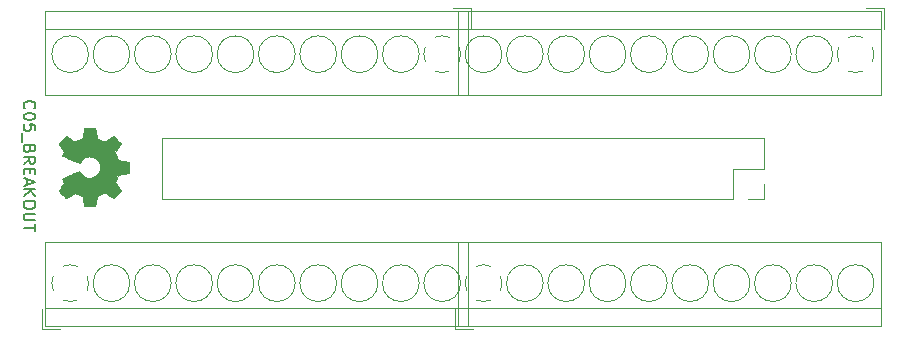
<source format=gbr>
G04 #@! TF.GenerationSoftware,KiCad,Pcbnew,5.1.5-52549c5~86~ubuntu18.04.1*
G04 #@! TF.CreationDate,2020-09-15T13:17:05-05:00*
G04 #@! TF.ProjectId,C05,4330352e-6b69-4636-9164-5f7063625858,rev?*
G04 #@! TF.SameCoordinates,Original*
G04 #@! TF.FileFunction,Legend,Top*
G04 #@! TF.FilePolarity,Positive*
%FSLAX46Y46*%
G04 Gerber Fmt 4.6, Leading zero omitted, Abs format (unit mm)*
G04 Created by KiCad (PCBNEW 5.1.5-52549c5~86~ubuntu18.04.1) date 2020-09-15 13:17:05*
%MOMM*%
%LPD*%
G04 APERTURE LIST*
%ADD10C,0.150000*%
%ADD11C,0.010000*%
%ADD12C,0.120000*%
G04 APERTURE END LIST*
D10*
X27354257Y-28872466D02*
X27306638Y-28824847D01*
X27259019Y-28681990D01*
X27259019Y-28586752D01*
X27306638Y-28443895D01*
X27401876Y-28348657D01*
X27497114Y-28301038D01*
X27687590Y-28253419D01*
X27830447Y-28253419D01*
X28020923Y-28301038D01*
X28116161Y-28348657D01*
X28211400Y-28443895D01*
X28259019Y-28586752D01*
X28259019Y-28681990D01*
X28211400Y-28824847D01*
X28163780Y-28872466D01*
X28259019Y-29491514D02*
X28259019Y-29586752D01*
X28211400Y-29681990D01*
X28163780Y-29729609D01*
X28068542Y-29777228D01*
X27878066Y-29824847D01*
X27639971Y-29824847D01*
X27449495Y-29777228D01*
X27354257Y-29729609D01*
X27306638Y-29681990D01*
X27259019Y-29586752D01*
X27259019Y-29491514D01*
X27306638Y-29396276D01*
X27354257Y-29348657D01*
X27449495Y-29301038D01*
X27639971Y-29253419D01*
X27878066Y-29253419D01*
X28068542Y-29301038D01*
X28163780Y-29348657D01*
X28211400Y-29396276D01*
X28259019Y-29491514D01*
X28259019Y-30729609D02*
X28259019Y-30253419D01*
X27782828Y-30205800D01*
X27830447Y-30253419D01*
X27878066Y-30348657D01*
X27878066Y-30586752D01*
X27830447Y-30681990D01*
X27782828Y-30729609D01*
X27687590Y-30777228D01*
X27449495Y-30777228D01*
X27354257Y-30729609D01*
X27306638Y-30681990D01*
X27259019Y-30586752D01*
X27259019Y-30348657D01*
X27306638Y-30253419D01*
X27354257Y-30205800D01*
X27163780Y-30967704D02*
X27163780Y-31729609D01*
X27782828Y-32301038D02*
X27735209Y-32443895D01*
X27687590Y-32491514D01*
X27592352Y-32539133D01*
X27449495Y-32539133D01*
X27354257Y-32491514D01*
X27306638Y-32443895D01*
X27259019Y-32348657D01*
X27259019Y-31967704D01*
X28259019Y-31967704D01*
X28259019Y-32301038D01*
X28211400Y-32396276D01*
X28163780Y-32443895D01*
X28068542Y-32491514D01*
X27973304Y-32491514D01*
X27878066Y-32443895D01*
X27830447Y-32396276D01*
X27782828Y-32301038D01*
X27782828Y-31967704D01*
X27259019Y-33539133D02*
X27735209Y-33205800D01*
X27259019Y-32967704D02*
X28259019Y-32967704D01*
X28259019Y-33348657D01*
X28211400Y-33443895D01*
X28163780Y-33491514D01*
X28068542Y-33539133D01*
X27925685Y-33539133D01*
X27830447Y-33491514D01*
X27782828Y-33443895D01*
X27735209Y-33348657D01*
X27735209Y-32967704D01*
X27782828Y-33967704D02*
X27782828Y-34301038D01*
X27259019Y-34443895D02*
X27259019Y-33967704D01*
X28259019Y-33967704D01*
X28259019Y-34443895D01*
X27544733Y-34824847D02*
X27544733Y-35301038D01*
X27259019Y-34729609D02*
X28259019Y-35062942D01*
X27259019Y-35396276D01*
X27259019Y-35729609D02*
X28259019Y-35729609D01*
X27259019Y-36301038D02*
X27830447Y-35872466D01*
X28259019Y-36301038D02*
X27687590Y-35729609D01*
X28259019Y-36920085D02*
X28259019Y-37110561D01*
X28211400Y-37205800D01*
X28116161Y-37301038D01*
X27925685Y-37348657D01*
X27592352Y-37348657D01*
X27401876Y-37301038D01*
X27306638Y-37205800D01*
X27259019Y-37110561D01*
X27259019Y-36920085D01*
X27306638Y-36824847D01*
X27401876Y-36729609D01*
X27592352Y-36681990D01*
X27925685Y-36681990D01*
X28116161Y-36729609D01*
X28211400Y-36824847D01*
X28259019Y-36920085D01*
X28259019Y-37777228D02*
X27449495Y-37777228D01*
X27354257Y-37824847D01*
X27306638Y-37872466D01*
X27259019Y-37967704D01*
X27259019Y-38158180D01*
X27306638Y-38253419D01*
X27354257Y-38301038D01*
X27449495Y-38348657D01*
X28259019Y-38348657D01*
X28259019Y-38681990D02*
X28259019Y-39253419D01*
X27259019Y-38967704D02*
X28259019Y-38967704D01*
D11*
G36*
X35703469Y-34388614D02*
G01*
X35258845Y-34472435D01*
X35131347Y-34781720D01*
X35003849Y-35091006D01*
X35256154Y-35462046D01*
X35326404Y-35565957D01*
X35389128Y-35659887D01*
X35441462Y-35739452D01*
X35480543Y-35800270D01*
X35503507Y-35837957D01*
X35508458Y-35848221D01*
X35495724Y-35866710D01*
X35460518Y-35906220D01*
X35407338Y-35962322D01*
X35340682Y-36030587D01*
X35265046Y-36106586D01*
X35184928Y-36185892D01*
X35104826Y-36264075D01*
X35029236Y-36336707D01*
X34962655Y-36399359D01*
X34909582Y-36447603D01*
X34874513Y-36477010D01*
X34862777Y-36484041D01*
X34841140Y-36473923D01*
X34793738Y-36445559D01*
X34725207Y-36401929D01*
X34640185Y-36346018D01*
X34543307Y-36280806D01*
X34488050Y-36243019D01*
X34387152Y-36174143D01*
X34296101Y-36112940D01*
X34219430Y-36062378D01*
X34161672Y-36025428D01*
X34127357Y-36005058D01*
X34120146Y-36001997D01*
X34099652Y-36008936D01*
X34051887Y-36027851D01*
X33983568Y-36055887D01*
X33901411Y-36090191D01*
X33812130Y-36127909D01*
X33722442Y-36166187D01*
X33639062Y-36202170D01*
X33568706Y-36233006D01*
X33518090Y-36255839D01*
X33493929Y-36267817D01*
X33492978Y-36268524D01*
X33488364Y-36287331D01*
X33478072Y-36337418D01*
X33463113Y-36413593D01*
X33444499Y-36510665D01*
X33423241Y-36623443D01*
X33410982Y-36689242D01*
X33388038Y-36809750D01*
X33366205Y-36918597D01*
X33346678Y-37010276D01*
X33330652Y-37079281D01*
X33319321Y-37120104D01*
X33315726Y-37128311D01*
X33291394Y-37136348D01*
X33236441Y-37142833D01*
X33157292Y-37147770D01*
X33060374Y-37151164D01*
X32952113Y-37153018D01*
X32838935Y-37153338D01*
X32727265Y-37152127D01*
X32623532Y-37149390D01*
X32534159Y-37145131D01*
X32465574Y-37139355D01*
X32424203Y-37132067D01*
X32415590Y-37127695D01*
X32405267Y-37101564D01*
X32390508Y-37046193D01*
X32373048Y-36968907D01*
X32354620Y-36877030D01*
X32348659Y-36844958D01*
X32320334Y-36690324D01*
X32297524Y-36568175D01*
X32279320Y-36474473D01*
X32264817Y-36405184D01*
X32253108Y-36356271D01*
X32243285Y-36323697D01*
X32234444Y-36303428D01*
X32225676Y-36291426D01*
X32223943Y-36289747D01*
X32196029Y-36272984D01*
X32141705Y-36247414D01*
X32067623Y-36215588D01*
X31980435Y-36180060D01*
X31886792Y-36143383D01*
X31793348Y-36108111D01*
X31706753Y-36076796D01*
X31633660Y-36051993D01*
X31580722Y-36036254D01*
X31554589Y-36032132D01*
X31553674Y-36032476D01*
X31532314Y-36046441D01*
X31485316Y-36078122D01*
X31417573Y-36124191D01*
X31333977Y-36181318D01*
X31239418Y-36246173D01*
X31212546Y-36264643D01*
X31115125Y-36330499D01*
X31026237Y-36388450D01*
X30950988Y-36435338D01*
X30894480Y-36468007D01*
X30861819Y-36483300D01*
X30857807Y-36484041D01*
X30836716Y-36471192D01*
X30794936Y-36435688D01*
X30736955Y-36382093D01*
X30667265Y-36314971D01*
X30590355Y-36238887D01*
X30510717Y-36158404D01*
X30432839Y-36078087D01*
X30361214Y-36002499D01*
X30300330Y-35936205D01*
X30254679Y-35883769D01*
X30228750Y-35849755D01*
X30224517Y-35840345D01*
X30234488Y-35818443D01*
X30261380Y-35773600D01*
X30300664Y-35713121D01*
X30332283Y-35666589D01*
X30390302Y-35582275D01*
X30458616Y-35482426D01*
X30526821Y-35382273D01*
X30563325Y-35328427D01*
X30686600Y-35146171D01*
X30603880Y-34993181D01*
X30567641Y-34923482D01*
X30539474Y-34864214D01*
X30523409Y-34824111D01*
X30521174Y-34813903D01*
X30537678Y-34801629D01*
X30584318Y-34777413D01*
X30656791Y-34743063D01*
X30750794Y-34700388D01*
X30862026Y-34651194D01*
X30986185Y-34597290D01*
X31118968Y-34540484D01*
X31256073Y-34482582D01*
X31393198Y-34425393D01*
X31526042Y-34370724D01*
X31650302Y-34320384D01*
X31761675Y-34276180D01*
X31855861Y-34239919D01*
X31928556Y-34213409D01*
X31975459Y-34198458D01*
X31991567Y-34196054D01*
X32012114Y-34215111D01*
X32045467Y-34256836D01*
X32084698Y-34312506D01*
X32087801Y-34317178D01*
X32202977Y-34461064D01*
X32337347Y-34577083D01*
X32486616Y-34664230D01*
X32646487Y-34721499D01*
X32812663Y-34747886D01*
X32980848Y-34742385D01*
X33146745Y-34703990D01*
X33306058Y-34631695D01*
X33340913Y-34610426D01*
X33481663Y-34499796D01*
X33594686Y-34369102D01*
X33679397Y-34222864D01*
X33735206Y-34065608D01*
X33761526Y-33901857D01*
X33757770Y-33736133D01*
X33723350Y-33572962D01*
X33657677Y-33416865D01*
X33560165Y-33272367D01*
X33520587Y-33227669D01*
X33396697Y-33113912D01*
X33266276Y-33031018D01*
X33120085Y-32974156D01*
X32975312Y-32942487D01*
X32812540Y-32934669D01*
X32648960Y-32960738D01*
X32490102Y-33018045D01*
X32341494Y-33103944D01*
X32208665Y-33215786D01*
X32097144Y-33350923D01*
X32085389Y-33368683D01*
X32046892Y-33424950D01*
X32013537Y-33467723D01*
X31992240Y-33488172D01*
X31991567Y-33488469D01*
X31968529Y-33484079D01*
X31916243Y-33466676D01*
X31839010Y-33438068D01*
X31741132Y-33400065D01*
X31626909Y-33354474D01*
X31500642Y-33303103D01*
X31366633Y-33247762D01*
X31229182Y-33190258D01*
X31092592Y-33132401D01*
X30961163Y-33075998D01*
X30839195Y-33022858D01*
X30730991Y-32974790D01*
X30640851Y-32933601D01*
X30573077Y-32901101D01*
X30531970Y-32879097D01*
X30521174Y-32870236D01*
X30529581Y-32843160D01*
X30552128Y-32792497D01*
X30584787Y-32726983D01*
X30603880Y-32690959D01*
X30686600Y-32537968D01*
X30563325Y-32355712D01*
X30500172Y-32262675D01*
X30430673Y-32160815D01*
X30365235Y-32065362D01*
X30332283Y-32017550D01*
X30287127Y-31950305D01*
X30251343Y-31893364D01*
X30229462Y-31854154D01*
X30224837Y-31841419D01*
X30237315Y-31822883D01*
X30272148Y-31781859D01*
X30325722Y-31722325D01*
X30394417Y-31648258D01*
X30474619Y-31563635D01*
X30526114Y-31510115D01*
X30618114Y-31416481D01*
X30700401Y-31335559D01*
X30769455Y-31270623D01*
X30821756Y-31224942D01*
X30853784Y-31201789D01*
X30860284Y-31199568D01*
X30885006Y-31209876D01*
X30934995Y-31238361D01*
X31005188Y-31281863D01*
X31090525Y-31337223D01*
X31185944Y-31401280D01*
X31212546Y-31419497D01*
X31309233Y-31485873D01*
X31396283Y-31545422D01*
X31468805Y-31594816D01*
X31521907Y-31630725D01*
X31550697Y-31649819D01*
X31553674Y-31651664D01*
X31576618Y-31648905D01*
X31627064Y-31634262D01*
X31698359Y-31610287D01*
X31783853Y-31579534D01*
X31876893Y-31544556D01*
X31970826Y-31507907D01*
X32059001Y-31472139D01*
X32134766Y-31439806D01*
X32191469Y-31413462D01*
X32222457Y-31395658D01*
X32223943Y-31394393D01*
X32232799Y-31383506D01*
X32241557Y-31365118D01*
X32251123Y-31335194D01*
X32262404Y-31289697D01*
X32276307Y-31224591D01*
X32293737Y-31135839D01*
X32315602Y-31019407D01*
X32342809Y-30871258D01*
X32348659Y-30839182D01*
X32367026Y-30744114D01*
X32384995Y-30661235D01*
X32400831Y-30597870D01*
X32412800Y-30561342D01*
X32415590Y-30556444D01*
X32440328Y-30548373D01*
X32495610Y-30541813D01*
X32575011Y-30536767D01*
X32672104Y-30533241D01*
X32780462Y-30531239D01*
X32893660Y-30530764D01*
X33005272Y-30531823D01*
X33108871Y-30534418D01*
X33198032Y-30538554D01*
X33266328Y-30544237D01*
X33307334Y-30551469D01*
X33315726Y-30555829D01*
X33324192Y-30580102D01*
X33337965Y-30635374D01*
X33355850Y-30716138D01*
X33376652Y-30816888D01*
X33399177Y-30932117D01*
X33410982Y-30994898D01*
X33433249Y-31114013D01*
X33453421Y-31220235D01*
X33470485Y-31308373D01*
X33483431Y-31373234D01*
X33491245Y-31409626D01*
X33492978Y-31415616D01*
X33512510Y-31425739D01*
X33559557Y-31447138D01*
X33627397Y-31476961D01*
X33709309Y-31512355D01*
X33798572Y-31550468D01*
X33888465Y-31588447D01*
X33972265Y-31623440D01*
X34043253Y-31652594D01*
X34094706Y-31673057D01*
X34119903Y-31681977D01*
X34121004Y-31682143D01*
X34140881Y-31672031D01*
X34186623Y-31643683D01*
X34253683Y-31600077D01*
X34337516Y-31544194D01*
X34433574Y-31479013D01*
X34488750Y-31441121D01*
X34589919Y-31372075D01*
X34681770Y-31310750D01*
X34759656Y-31260137D01*
X34818931Y-31223229D01*
X34854949Y-31203018D01*
X34863023Y-31200099D01*
X34881816Y-31212647D01*
X34921943Y-31247337D01*
X34978907Y-31299737D01*
X35048215Y-31365416D01*
X35125369Y-31439944D01*
X35205875Y-31518887D01*
X35285237Y-31597817D01*
X35358960Y-31672300D01*
X35422548Y-31737906D01*
X35471506Y-31790204D01*
X35501339Y-31824761D01*
X35508458Y-31836322D01*
X35498447Y-31855146D01*
X35470322Y-31900169D01*
X35426946Y-31967013D01*
X35371182Y-32051301D01*
X35305894Y-32148656D01*
X35256154Y-32222093D01*
X35003849Y-32593133D01*
X35258845Y-33211705D01*
X35703469Y-33295525D01*
X36148093Y-33379346D01*
X36148093Y-34304794D01*
X35703469Y-34388614D01*
G37*
X35703469Y-34388614D02*
X35258845Y-34472435D01*
X35131347Y-34781720D01*
X35003849Y-35091006D01*
X35256154Y-35462046D01*
X35326404Y-35565957D01*
X35389128Y-35659887D01*
X35441462Y-35739452D01*
X35480543Y-35800270D01*
X35503507Y-35837957D01*
X35508458Y-35848221D01*
X35495724Y-35866710D01*
X35460518Y-35906220D01*
X35407338Y-35962322D01*
X35340682Y-36030587D01*
X35265046Y-36106586D01*
X35184928Y-36185892D01*
X35104826Y-36264075D01*
X35029236Y-36336707D01*
X34962655Y-36399359D01*
X34909582Y-36447603D01*
X34874513Y-36477010D01*
X34862777Y-36484041D01*
X34841140Y-36473923D01*
X34793738Y-36445559D01*
X34725207Y-36401929D01*
X34640185Y-36346018D01*
X34543307Y-36280806D01*
X34488050Y-36243019D01*
X34387152Y-36174143D01*
X34296101Y-36112940D01*
X34219430Y-36062378D01*
X34161672Y-36025428D01*
X34127357Y-36005058D01*
X34120146Y-36001997D01*
X34099652Y-36008936D01*
X34051887Y-36027851D01*
X33983568Y-36055887D01*
X33901411Y-36090191D01*
X33812130Y-36127909D01*
X33722442Y-36166187D01*
X33639062Y-36202170D01*
X33568706Y-36233006D01*
X33518090Y-36255839D01*
X33493929Y-36267817D01*
X33492978Y-36268524D01*
X33488364Y-36287331D01*
X33478072Y-36337418D01*
X33463113Y-36413593D01*
X33444499Y-36510665D01*
X33423241Y-36623443D01*
X33410982Y-36689242D01*
X33388038Y-36809750D01*
X33366205Y-36918597D01*
X33346678Y-37010276D01*
X33330652Y-37079281D01*
X33319321Y-37120104D01*
X33315726Y-37128311D01*
X33291394Y-37136348D01*
X33236441Y-37142833D01*
X33157292Y-37147770D01*
X33060374Y-37151164D01*
X32952113Y-37153018D01*
X32838935Y-37153338D01*
X32727265Y-37152127D01*
X32623532Y-37149390D01*
X32534159Y-37145131D01*
X32465574Y-37139355D01*
X32424203Y-37132067D01*
X32415590Y-37127695D01*
X32405267Y-37101564D01*
X32390508Y-37046193D01*
X32373048Y-36968907D01*
X32354620Y-36877030D01*
X32348659Y-36844958D01*
X32320334Y-36690324D01*
X32297524Y-36568175D01*
X32279320Y-36474473D01*
X32264817Y-36405184D01*
X32253108Y-36356271D01*
X32243285Y-36323697D01*
X32234444Y-36303428D01*
X32225676Y-36291426D01*
X32223943Y-36289747D01*
X32196029Y-36272984D01*
X32141705Y-36247414D01*
X32067623Y-36215588D01*
X31980435Y-36180060D01*
X31886792Y-36143383D01*
X31793348Y-36108111D01*
X31706753Y-36076796D01*
X31633660Y-36051993D01*
X31580722Y-36036254D01*
X31554589Y-36032132D01*
X31553674Y-36032476D01*
X31532314Y-36046441D01*
X31485316Y-36078122D01*
X31417573Y-36124191D01*
X31333977Y-36181318D01*
X31239418Y-36246173D01*
X31212546Y-36264643D01*
X31115125Y-36330499D01*
X31026237Y-36388450D01*
X30950988Y-36435338D01*
X30894480Y-36468007D01*
X30861819Y-36483300D01*
X30857807Y-36484041D01*
X30836716Y-36471192D01*
X30794936Y-36435688D01*
X30736955Y-36382093D01*
X30667265Y-36314971D01*
X30590355Y-36238887D01*
X30510717Y-36158404D01*
X30432839Y-36078087D01*
X30361214Y-36002499D01*
X30300330Y-35936205D01*
X30254679Y-35883769D01*
X30228750Y-35849755D01*
X30224517Y-35840345D01*
X30234488Y-35818443D01*
X30261380Y-35773600D01*
X30300664Y-35713121D01*
X30332283Y-35666589D01*
X30390302Y-35582275D01*
X30458616Y-35482426D01*
X30526821Y-35382273D01*
X30563325Y-35328427D01*
X30686600Y-35146171D01*
X30603880Y-34993181D01*
X30567641Y-34923482D01*
X30539474Y-34864214D01*
X30523409Y-34824111D01*
X30521174Y-34813903D01*
X30537678Y-34801629D01*
X30584318Y-34777413D01*
X30656791Y-34743063D01*
X30750794Y-34700388D01*
X30862026Y-34651194D01*
X30986185Y-34597290D01*
X31118968Y-34540484D01*
X31256073Y-34482582D01*
X31393198Y-34425393D01*
X31526042Y-34370724D01*
X31650302Y-34320384D01*
X31761675Y-34276180D01*
X31855861Y-34239919D01*
X31928556Y-34213409D01*
X31975459Y-34198458D01*
X31991567Y-34196054D01*
X32012114Y-34215111D01*
X32045467Y-34256836D01*
X32084698Y-34312506D01*
X32087801Y-34317178D01*
X32202977Y-34461064D01*
X32337347Y-34577083D01*
X32486616Y-34664230D01*
X32646487Y-34721499D01*
X32812663Y-34747886D01*
X32980848Y-34742385D01*
X33146745Y-34703990D01*
X33306058Y-34631695D01*
X33340913Y-34610426D01*
X33481663Y-34499796D01*
X33594686Y-34369102D01*
X33679397Y-34222864D01*
X33735206Y-34065608D01*
X33761526Y-33901857D01*
X33757770Y-33736133D01*
X33723350Y-33572962D01*
X33657677Y-33416865D01*
X33560165Y-33272367D01*
X33520587Y-33227669D01*
X33396697Y-33113912D01*
X33266276Y-33031018D01*
X33120085Y-32974156D01*
X32975312Y-32942487D01*
X32812540Y-32934669D01*
X32648960Y-32960738D01*
X32490102Y-33018045D01*
X32341494Y-33103944D01*
X32208665Y-33215786D01*
X32097144Y-33350923D01*
X32085389Y-33368683D01*
X32046892Y-33424950D01*
X32013537Y-33467723D01*
X31992240Y-33488172D01*
X31991567Y-33488469D01*
X31968529Y-33484079D01*
X31916243Y-33466676D01*
X31839010Y-33438068D01*
X31741132Y-33400065D01*
X31626909Y-33354474D01*
X31500642Y-33303103D01*
X31366633Y-33247762D01*
X31229182Y-33190258D01*
X31092592Y-33132401D01*
X30961163Y-33075998D01*
X30839195Y-33022858D01*
X30730991Y-32974790D01*
X30640851Y-32933601D01*
X30573077Y-32901101D01*
X30531970Y-32879097D01*
X30521174Y-32870236D01*
X30529581Y-32843160D01*
X30552128Y-32792497D01*
X30584787Y-32726983D01*
X30603880Y-32690959D01*
X30686600Y-32537968D01*
X30563325Y-32355712D01*
X30500172Y-32262675D01*
X30430673Y-32160815D01*
X30365235Y-32065362D01*
X30332283Y-32017550D01*
X30287127Y-31950305D01*
X30251343Y-31893364D01*
X30229462Y-31854154D01*
X30224837Y-31841419D01*
X30237315Y-31822883D01*
X30272148Y-31781859D01*
X30325722Y-31722325D01*
X30394417Y-31648258D01*
X30474619Y-31563635D01*
X30526114Y-31510115D01*
X30618114Y-31416481D01*
X30700401Y-31335559D01*
X30769455Y-31270623D01*
X30821756Y-31224942D01*
X30853784Y-31201789D01*
X30860284Y-31199568D01*
X30885006Y-31209876D01*
X30934995Y-31238361D01*
X31005188Y-31281863D01*
X31090525Y-31337223D01*
X31185944Y-31401280D01*
X31212546Y-31419497D01*
X31309233Y-31485873D01*
X31396283Y-31545422D01*
X31468805Y-31594816D01*
X31521907Y-31630725D01*
X31550697Y-31649819D01*
X31553674Y-31651664D01*
X31576618Y-31648905D01*
X31627064Y-31634262D01*
X31698359Y-31610287D01*
X31783853Y-31579534D01*
X31876893Y-31544556D01*
X31970826Y-31507907D01*
X32059001Y-31472139D01*
X32134766Y-31439806D01*
X32191469Y-31413462D01*
X32222457Y-31395658D01*
X32223943Y-31394393D01*
X32232799Y-31383506D01*
X32241557Y-31365118D01*
X32251123Y-31335194D01*
X32262404Y-31289697D01*
X32276307Y-31224591D01*
X32293737Y-31135839D01*
X32315602Y-31019407D01*
X32342809Y-30871258D01*
X32348659Y-30839182D01*
X32367026Y-30744114D01*
X32384995Y-30661235D01*
X32400831Y-30597870D01*
X32412800Y-30561342D01*
X32415590Y-30556444D01*
X32440328Y-30548373D01*
X32495610Y-30541813D01*
X32575011Y-30536767D01*
X32672104Y-30533241D01*
X32780462Y-30531239D01*
X32893660Y-30530764D01*
X33005272Y-30531823D01*
X33108871Y-30534418D01*
X33198032Y-30538554D01*
X33266328Y-30544237D01*
X33307334Y-30551469D01*
X33315726Y-30555829D01*
X33324192Y-30580102D01*
X33337965Y-30635374D01*
X33355850Y-30716138D01*
X33376652Y-30816888D01*
X33399177Y-30932117D01*
X33410982Y-30994898D01*
X33433249Y-31114013D01*
X33453421Y-31220235D01*
X33470485Y-31308373D01*
X33483431Y-31373234D01*
X33491245Y-31409626D01*
X33492978Y-31415616D01*
X33512510Y-31425739D01*
X33559557Y-31447138D01*
X33627397Y-31476961D01*
X33709309Y-31512355D01*
X33798572Y-31550468D01*
X33888465Y-31588447D01*
X33972265Y-31623440D01*
X34043253Y-31652594D01*
X34094706Y-31673057D01*
X34119903Y-31681977D01*
X34121004Y-31682143D01*
X34140881Y-31672031D01*
X34186623Y-31643683D01*
X34253683Y-31600077D01*
X34337516Y-31544194D01*
X34433574Y-31479013D01*
X34488750Y-31441121D01*
X34589919Y-31372075D01*
X34681770Y-31310750D01*
X34759656Y-31260137D01*
X34818931Y-31223229D01*
X34854949Y-31203018D01*
X34863023Y-31200099D01*
X34881816Y-31212647D01*
X34921943Y-31247337D01*
X34978907Y-31299737D01*
X35048215Y-31365416D01*
X35125369Y-31439944D01*
X35205875Y-31518887D01*
X35285237Y-31597817D01*
X35358960Y-31672300D01*
X35422548Y-31737906D01*
X35471506Y-31790204D01*
X35501339Y-31824761D01*
X35508458Y-31836322D01*
X35498447Y-31855146D01*
X35470322Y-31900169D01*
X35426946Y-31967013D01*
X35371182Y-32051301D01*
X35305894Y-32148656D01*
X35256154Y-32222093D01*
X35003849Y-32593133D01*
X35258845Y-33211705D01*
X35703469Y-33295525D01*
X36148093Y-33379346D01*
X36148093Y-34304794D01*
X35703469Y-34388614D01*
D12*
X65100000Y-20377400D02*
X63600000Y-20377400D01*
X65100000Y-22117400D02*
X65100000Y-20377400D01*
X29040000Y-27737400D02*
X29040000Y-20617400D01*
X64860000Y-27737400D02*
X64860000Y-20617400D01*
X64860000Y-20617400D02*
X29040000Y-20617400D01*
X64860000Y-27737400D02*
X29040000Y-27737400D01*
X64860000Y-22177400D02*
X29040000Y-22177400D01*
X32755000Y-24277400D02*
G75*
G03X32755000Y-24277400I-1555000J0D01*
G01*
X36255000Y-24277400D02*
G75*
G03X36255000Y-24277400I-1555000J0D01*
G01*
X39755000Y-24277400D02*
G75*
G03X39755000Y-24277400I-1555000J0D01*
G01*
X43255000Y-24277400D02*
G75*
G03X43255000Y-24277400I-1555000J0D01*
G01*
X46755000Y-24277400D02*
G75*
G03X46755000Y-24277400I-1555000J0D01*
G01*
X50255000Y-24277400D02*
G75*
G03X50255000Y-24277400I-1555000J0D01*
G01*
X53755000Y-24277400D02*
G75*
G03X53755000Y-24277400I-1555000J0D01*
G01*
X57255000Y-24277400D02*
G75*
G03X57255000Y-24277400I-1555000J0D01*
G01*
X60755000Y-24277400D02*
G75*
G03X60755000Y-24277400I-1555000J0D01*
G01*
X62672989Y-22721908D02*
G75*
G02X63308000Y-22845400I27011J-1555492D01*
G01*
X64132109Y-23669658D02*
G75*
G02X64132000Y-24885400I-1432109J-607742D01*
G01*
X63307742Y-25709509D02*
G75*
G02X62092000Y-25709400I-607742J1432109D01*
G01*
X61267891Y-24885142D02*
G75*
G02X61268000Y-23669400I1432109J607742D01*
G01*
X62092413Y-22846015D02*
G75*
G02X62700000Y-22722400I607587J-1431385D01*
G01*
X100100000Y-20377400D02*
X98600000Y-20377400D01*
X100100000Y-22117400D02*
X100100000Y-20377400D01*
X64040000Y-27737400D02*
X64040000Y-20617400D01*
X99860000Y-27737400D02*
X99860000Y-20617400D01*
X99860000Y-20617400D02*
X64040000Y-20617400D01*
X99860000Y-27737400D02*
X64040000Y-27737400D01*
X99860000Y-22177400D02*
X64040000Y-22177400D01*
X67755000Y-24277400D02*
G75*
G03X67755000Y-24277400I-1555000J0D01*
G01*
X71255000Y-24277400D02*
G75*
G03X71255000Y-24277400I-1555000J0D01*
G01*
X74755000Y-24277400D02*
G75*
G03X74755000Y-24277400I-1555000J0D01*
G01*
X78255000Y-24277400D02*
G75*
G03X78255000Y-24277400I-1555000J0D01*
G01*
X81755000Y-24277400D02*
G75*
G03X81755000Y-24277400I-1555000J0D01*
G01*
X85255000Y-24277400D02*
G75*
G03X85255000Y-24277400I-1555000J0D01*
G01*
X88755000Y-24277400D02*
G75*
G03X88755000Y-24277400I-1555000J0D01*
G01*
X92255000Y-24277400D02*
G75*
G03X92255000Y-24277400I-1555000J0D01*
G01*
X95755000Y-24277400D02*
G75*
G03X95755000Y-24277400I-1555000J0D01*
G01*
X97672989Y-22721908D02*
G75*
G02X98308000Y-22845400I27011J-1555492D01*
G01*
X99132109Y-23669658D02*
G75*
G02X99132000Y-24885400I-1432109J-607742D01*
G01*
X98307742Y-25709509D02*
G75*
G02X97092000Y-25709400I-607742J1432109D01*
G01*
X96267891Y-24885142D02*
G75*
G02X96268000Y-23669400I1432109J607742D01*
G01*
X97092413Y-22846015D02*
G75*
G02X97700000Y-22722400I607587J-1431385D01*
G01*
X28800000Y-47562600D02*
X30300000Y-47562600D01*
X28800000Y-45822600D02*
X28800000Y-47562600D01*
X64860000Y-40202600D02*
X64860000Y-47322600D01*
X29040000Y-40202600D02*
X29040000Y-47322600D01*
X29040000Y-47322600D02*
X64860000Y-47322600D01*
X29040000Y-40202600D02*
X64860000Y-40202600D01*
X29040000Y-45762600D02*
X64860000Y-45762600D01*
X64255000Y-43662600D02*
G75*
G03X64255000Y-43662600I-1555000J0D01*
G01*
X60755000Y-43662600D02*
G75*
G03X60755000Y-43662600I-1555000J0D01*
G01*
X57255000Y-43662600D02*
G75*
G03X57255000Y-43662600I-1555000J0D01*
G01*
X53755000Y-43662600D02*
G75*
G03X53755000Y-43662600I-1555000J0D01*
G01*
X50255000Y-43662600D02*
G75*
G03X50255000Y-43662600I-1555000J0D01*
G01*
X46755000Y-43662600D02*
G75*
G03X46755000Y-43662600I-1555000J0D01*
G01*
X43255000Y-43662600D02*
G75*
G03X43255000Y-43662600I-1555000J0D01*
G01*
X39755000Y-43662600D02*
G75*
G03X39755000Y-43662600I-1555000J0D01*
G01*
X36255000Y-43662600D02*
G75*
G03X36255000Y-43662600I-1555000J0D01*
G01*
X31227011Y-45218092D02*
G75*
G02X30592000Y-45094600I-27011J1555492D01*
G01*
X29767891Y-44270342D02*
G75*
G02X29768000Y-43054600I1432109J607742D01*
G01*
X30592258Y-42230491D02*
G75*
G02X31808000Y-42230600I607742J-1432109D01*
G01*
X32632109Y-43054858D02*
G75*
G02X32632000Y-44270600I-1432109J-607742D01*
G01*
X31807587Y-45093985D02*
G75*
G02X31200000Y-45217600I-607587J1431385D01*
G01*
X89910000Y-35240000D02*
X89910000Y-36570000D01*
X89910000Y-36570000D02*
X88580000Y-36570000D01*
X89910000Y-33970000D02*
X87310000Y-33970000D01*
X87310000Y-33970000D02*
X87310000Y-36570000D01*
X87310000Y-36570000D02*
X38990000Y-36570000D01*
X38990000Y-31370000D02*
X38990000Y-36570000D01*
X89910000Y-31370000D02*
X38990000Y-31370000D01*
X89910000Y-31370000D02*
X89910000Y-33970000D01*
X63800000Y-47562600D02*
X65300000Y-47562600D01*
X63800000Y-45822600D02*
X63800000Y-47562600D01*
X99860000Y-40202600D02*
X99860000Y-47322600D01*
X64040000Y-40202600D02*
X64040000Y-47322600D01*
X64040000Y-47322600D02*
X99860000Y-47322600D01*
X64040000Y-40202600D02*
X99860000Y-40202600D01*
X64040000Y-45762600D02*
X99860000Y-45762600D01*
X99255000Y-43662600D02*
G75*
G03X99255000Y-43662600I-1555000J0D01*
G01*
X95755000Y-43662600D02*
G75*
G03X95755000Y-43662600I-1555000J0D01*
G01*
X92255000Y-43662600D02*
G75*
G03X92255000Y-43662600I-1555000J0D01*
G01*
X88755000Y-43662600D02*
G75*
G03X88755000Y-43662600I-1555000J0D01*
G01*
X85255000Y-43662600D02*
G75*
G03X85255000Y-43662600I-1555000J0D01*
G01*
X81755000Y-43662600D02*
G75*
G03X81755000Y-43662600I-1555000J0D01*
G01*
X78255000Y-43662600D02*
G75*
G03X78255000Y-43662600I-1555000J0D01*
G01*
X74755000Y-43662600D02*
G75*
G03X74755000Y-43662600I-1555000J0D01*
G01*
X71255000Y-43662600D02*
G75*
G03X71255000Y-43662600I-1555000J0D01*
G01*
X66227011Y-45218092D02*
G75*
G02X65592000Y-45094600I-27011J1555492D01*
G01*
X64767891Y-44270342D02*
G75*
G02X64768000Y-43054600I1432109J607742D01*
G01*
X65592258Y-42230491D02*
G75*
G02X66808000Y-42230600I607742J-1432109D01*
G01*
X67632109Y-43054858D02*
G75*
G02X67632000Y-44270600I-1432109J-607742D01*
G01*
X66807587Y-45093985D02*
G75*
G02X66200000Y-45217600I-607587J1431385D01*
G01*
M02*

</source>
